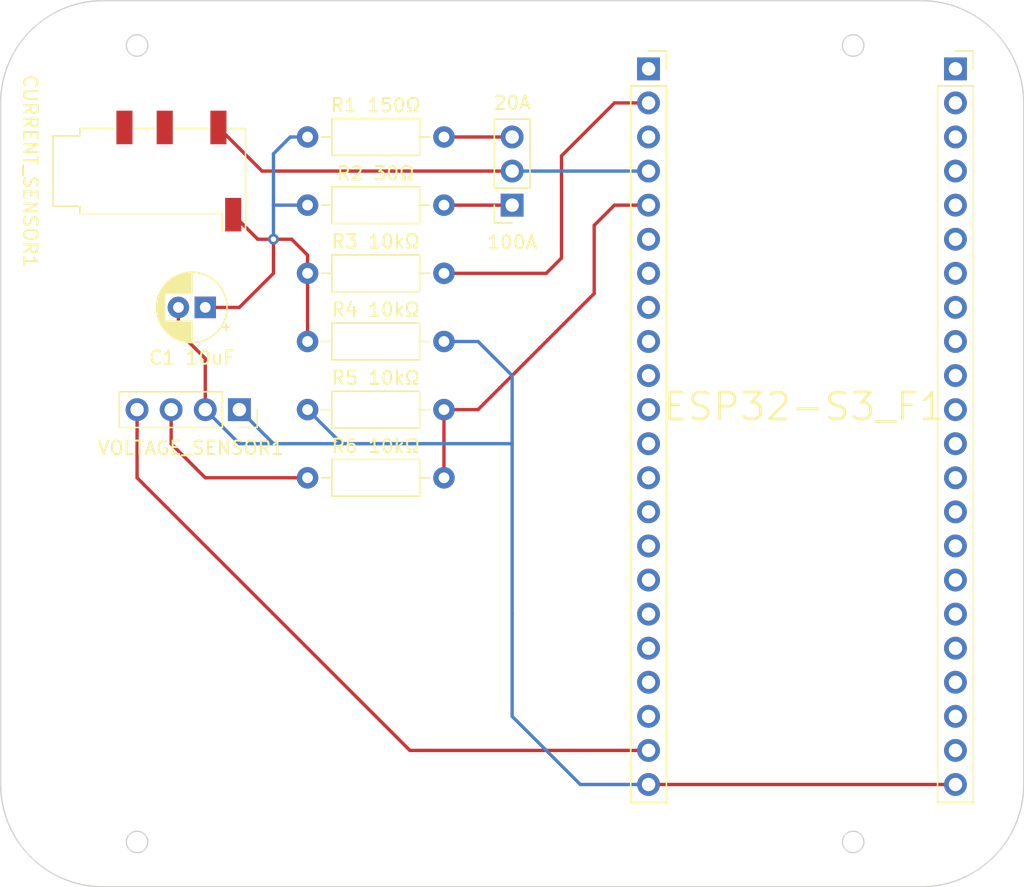
<source format=kicad_pcb>
(kicad_pcb (version 20221018) (generator pcbnew)
  (layers (0 "F.Cu" signal) (31 "B.Cu" signal) (34 "B.Paste" user) (35 "F.Paste" user) (36 "B.SilkS" user "B.Silkscreen") (37 "F.SilkS" user "F.Silkscreen") (38 "B.Mask" user) (39 "F.Mask" user) (44 "Edge.Cuts" user))
  (net 0 "")
  (net 1 "GND")
  (net 22 "+3.3V")
  (net 39 "VCC")
  (net 40 "C_SENSOR_ADC")
  (net 41 "Net-(ESP32-S3_F1-Pin_5)")
  (net 42 "V_SENSOR")
  (net 43 "SCALE_20A")
  (net 44 "SCALE-100A")
  (net 45 "C_SENSOR_CONTROL")
  (footprint "Connector_PinSocket_2.54mm:PinSocket_1x22_P2.54mm_Vertical" (layer "F.Cu") (at 205.74 48.26)
    (fp_text reference "ESP32-S3_B1" hide)
    (fp_text value "Conn_01x22_Socket" hide)
    (fp_line (start -1.33 1.27) (end -1.33 54.67) (stroke (width 0.12)) (layer "F.SilkS"))
    (fp_line (start -1.33 1.27) (end 1.33 1.27) (stroke (width 0.12)) (layer "F.SilkS"))
    (fp_line (start -1.33 54.67) (end 1.33 54.67) (stroke (width 0.12)) (layer "F.SilkS"))
    (fp_line (start 0 -1.33) (end 1.33 -1.33) (stroke (width 0.12)) (layer "F.SilkS"))
    (fp_line (start 1.33 -1.33) (end 1.33 0) (stroke (width 0.12)) (layer "F.SilkS"))
    (fp_line (start 1.33 1.27) (end 1.33 54.67) (stroke (width 0.12)) (layer "F.SilkS"))
    (pad "1" thru_hole rect (at 0 0) (size 1.7 1.7) (drill 1) (layers "*.Cu" "*.Mask"))
    (pad "2" thru_hole oval (at 0 2.54) (size 1.7 1.7) (drill 1) (layers "*.Cu" "*.Mask"))
    (pad "3" thru_hole oval (at 0 5.08) (size 1.7 1.7) (drill 1) (layers "*.Cu" "*.Mask"))
    (pad "4" thru_hole oval (at 0 7.62) (size 1.7 1.7) (drill 1) (layers "*.Cu" "*.Mask"))
    (pad "5" thru_hole oval (at 0 10.16) (size 1.7 1.7) (drill 1) (layers "*.Cu" "*.Mask"))
    (pad "6" thru_hole oval (at 0 12.7) (size 1.7 1.7) (drill 1) (layers "*.Cu" "*.Mask"))
    (pad "7" thru_hole oval (at 0 15.24) (size 1.7 1.7) (drill 1) (layers "*.Cu" "*.Mask"))
    (pad "8" thru_hole oval (at 0 17.78) (size 1.7 1.7) (drill 1) (layers "*.Cu" "*.Mask"))
    (pad "9" thru_hole oval (at 0 20.32) (size 1.7 1.7) (drill 1) (layers "*.Cu" "*.Mask"))
    (pad "10" thru_hole oval (at 0 22.86) (size 1.7 1.7) (drill 1) (layers "*.Cu" "*.Mask"))
    (pad "11" thru_hole oval (at 0 25.4) (size 1.7 1.7) (drill 1) (layers "*.Cu" "*.Mask"))
    (pad "12" thru_hole oval (at 0 27.94) (size 1.7 1.7) (drill 1) (layers "*.Cu" "*.Mask"))
    (pad "13" thru_hole oval (at 0 30.48) (size 1.7 1.7) (drill 1) (layers "*.Cu" "*.Mask"))
    (pad "14" thru_hole oval (at 0 33.02) (size 1.7 1.7) (drill 1) (layers "*.Cu" "*.Mask"))
    (pad "15" thru_hole oval (at 0 35.56) (size 1.7 1.7) (drill 1) (layers "*.Cu" "*.Mask"))
    (pad "16" thru_hole oval (at 0 38.1) (size 1.7 1.7) (drill 1) (layers "*.Cu" "*.Mask"))
    (pad "17" thru_hole oval (at 0 40.64) (size 1.7 1.7) (drill 1) (layers "*.Cu" "*.Mask"))
    (pad "18" thru_hole oval (at 0 43.18) (size 1.7 1.7) (drill 1) (layers "*.Cu" "*.Mask"))
    (pad "19" thru_hole oval (at 0 45.72) (size 1.7 1.7) (drill 1) (layers "*.Cu" "*.Mask"))
    (pad "20" thru_hole oval (at 0 48.26) (size 1.7 1.7) (drill 1) (layers "*.Cu" "*.Mask"))
    (pad "21" thru_hole oval (at 0 50.8) (size 1.7 1.7) (drill 1) (layers "*.Cu" "*.Mask") (net 1 "GND"))
    (pad "22" thru_hole oval (at 0 53.34) (size 1.7 1.7) (drill 1) (layers "*.Cu" "*.Mask") (net 1 "GND"))
  )
  (footprint "Connector_PinSocket_2.54mm:PinSocket_1x03_P2.54mm_Vertical" (layer "F.Cu") (at 172.72 58.42 180)
    (fp_text reference "100A" (at 0 -2.77) (layer "F.SilkS"))
    (fp_text value "SW_Push_SPDT" hide)
    (fp_text user "20A" (at 0 7.62 unlocked) (layer "F.SilkS"))
    (fp_line (start -1.33 1.27) (end -1.33 6.41) (stroke (width 0.12)) (layer "F.SilkS"))
    (fp_line (start -1.33 1.27) (end 1.33 1.27) (stroke (width 0.12)) (layer "F.SilkS"))
    (fp_line (start -1.33 6.41) (end 1.33 6.41) (stroke (width 0.12)) (layer "F.SilkS"))
    (fp_line (start 0 -1.33) (end 1.33 -1.33) (stroke (width 0.12)) (layer "F.SilkS"))
    (fp_line (start 1.33 -1.33) (end 1.33 0) (stroke (width 0.12)) (layer "F.SilkS"))
    (fp_line (start 1.33 1.27) (end 1.33 6.41) (stroke (width 0.12)) (layer "F.SilkS"))
    (pad "1" thru_hole rect (at 0 0 180) (size 1.7 1.7) (drill 1) (layers "*.Cu" "*.Mask") (net 44 "SCALE-100A"))
    (pad "2" thru_hole oval (at 0 2.54 180) (size 1.7 1.7) (drill 1) (layers "*.Cu" "*.Mask") (net 40 "C_SENSOR_ADC"))
    (pad "3" thru_hole oval (at 0 5.08 180) (size 1.7 1.7) (drill 1) (layers "*.Cu" "*.Mask") (net 43 "SCALE_20A"))
  )
  (footprint "Resistor_THT:R_Axial_DIN0207_L6.3mm_D2.5mm_P10.16mm_Horizontal" (layer "F.Cu") (at 157.48 68.58)
    (fp_text reference "R4 10kΩ" (at 5.08 -2.37) (layer "F.SilkS"))
    (fp_text value "10k" hide)
    (fp_line (start 1.04 0) (end 1.81 0) (stroke (width 0.12)) (layer "F.SilkS"))
    (fp_line (start 1.81 -1.37) (end 1.81 1.37) (stroke (width 0.12)) (layer "F.SilkS"))
    (fp_line (start 1.81 1.37) (end 8.35 1.37) (stroke (width 0.12)) (layer "F.SilkS"))
    (fp_line (start 8.35 -1.37) (end 1.81 -1.37) (stroke (width 0.12)) (layer "F.SilkS"))
    (fp_line (start 8.35 1.37) (end 8.35 -1.37) (stroke (width 0.12)) (layer "F.SilkS"))
    (fp_line (start 9.12 0) (end 8.35 0) (stroke (width 0.12)) (layer "F.SilkS"))
    (pad "1" thru_hole circle (at 0 0) (size 1.6 1.6) (drill 0.8) (layers "*.Cu" "*.Mask") (net 45 "C_SENSOR_CONTROL"))
    (pad "2" thru_hole oval (at 10.16 0) (size 1.6 1.6) (drill 0.8) (layers "*.Cu" "*.Mask") (net 1 "GND"))
  )
  (footprint "Connector_PinSocket_2.54mm:PinSocket_1x04_P2.54mm_Vertical" (layer "F.Cu") (at 152.4 73.66 -90)
    (fp_text reference "VOLTAGE_SENSOR1" (at 2.852141 3.610195) (layer "F.SilkS"))
    (fp_text value "Conn_01x04_Socket" hide)
    (fp_line (start -1.33 1.27) (end -1.33 8.95) (stroke (width 0.12)) (layer "F.SilkS"))
    (fp_line (start -1.33 1.27) (end 1.33 1.27) (stroke (width 0.12)) (layer "F.SilkS"))
    (fp_line (start -1.33 8.95) (end 1.33 8.95) (stroke (width 0.12)) (layer "F.SilkS"))
    (fp_line (start 0 -1.33) (end 1.33 -1.33) (stroke (width 0.12)) (layer "F.SilkS"))
    (fp_line (start 1.33 -1.33) (end 1.33 0) (stroke (width 0.12)) (layer "F.SilkS"))
    (fp_line (start 1.33 1.27) (end 1.33 8.95) (stroke (width 0.12)) (layer "F.SilkS"))
    (pad "1" thru_hole rect (at 0 0 270) (size 1.7 1.7) (drill 1) (layers "*.Cu" "*.Mask") (net 1 "GND"))
    (pad "2" thru_hole oval (at 0 2.54 270) (size 1.7 1.7) (drill 1) (layers "*.Cu" "*.Mask") (net 1 "GND"))
    (pad "3" thru_hole oval (at 0 5.08 270) (size 1.7 1.7) (drill 1) (layers "*.Cu" "*.Mask") (net 42 "V_SENSOR"))
    (pad "4" thru_hole oval (at 0 7.62 270) (size 1.7 1.7) (drill 1) (layers "*.Cu" "*.Mask") (net 39 "VCC"))
  )
  (footprint "Connector_PinSocket_2.54mm:PinSocket_1x22_P2.54mm_Vertical" (layer "F.Cu") (at 182.88 48.26)
    (fp_text reference "ESP32-S3_F1" (at 11.572035 25.175011) (layer "F.SilkS") (effects (font (size 2 2) (thickness 0.2))))
    (fp_text value "Conn_01x22_Socket" hide)
    (fp_line (start -1.33 1.27) (end -1.33 54.67) (stroke (width 0.12)) (layer "F.SilkS"))
    (fp_line (start -1.33 1.27) (end 1.33 1.27) (stroke (width 0.12)) (layer "F.SilkS"))
    (fp_line (start -1.33 54.67) (end 1.33 54.67) (stroke (width 0.12)) (layer "F.SilkS"))
    (fp_line (start 0 -1.33) (end 1.33 -1.33) (stroke (width 0.12)) (layer "F.SilkS"))
    (fp_line (start 1.33 -1.33) (end 1.33 0) (stroke (width 0.12)) (layer "F.SilkS"))
    (fp_line (start 1.33 1.27) (end 1.33 54.67) (stroke (width 0.12)) (layer "F.SilkS"))
    (pad "1" thru_hole rect (at 0 0) (size 1.7 1.7) (drill 1) (layers "*.Cu" "*.Mask") (net 22 "+3.3V"))
    (pad "2" thru_hole oval (at 0 2.54) (size 1.7 1.7) (drill 1) (layers "*.Cu" "*.Mask") (net 22 "+3.3V"))
    (pad "3" thru_hole oval (at 0 5.08) (size 1.7 1.7) (drill 1) (layers "*.Cu" "*.Mask"))
    (pad "4" thru_hole oval (at 0 7.62) (size 1.7 1.7) (drill 1) (layers "*.Cu" "*.Mask") (net 40 "C_SENSOR_ADC"))
    (pad "5" thru_hole oval (at 0 10.16) (size 1.7 1.7) (drill 1) (layers "*.Cu" "*.Mask") (net 41 "Net-(ESP32-S3_F1-Pin_5)"))
    (pad "6" thru_hole oval (at 0 12.7) (size 1.7 1.7) (drill 1) (layers "*.Cu" "*.Mask"))
    (pad "7" thru_hole oval (at 0 15.24) (size 1.7 1.7) (drill 1) (layers "*.Cu" "*.Mask"))
    (pad "8" thru_hole oval (at 0 17.78) (size 1.7 1.7) (drill 1) (layers "*.Cu" "*.Mask"))
    (pad "9" thru_hole oval (at 0 20.32) (size 1.7 1.7) (drill 1) (layers "*.Cu" "*.Mask"))
    (pad "10" thru_hole oval (at 0 22.86) (size 1.7 1.7) (drill 1) (layers "*.Cu" "*.Mask"))
    (pad "11" thru_hole oval (at 0 25.4) (size 1.7 1.7) (drill 1) (layers "*.Cu" "*.Mask"))
    (pad "12" thru_hole oval (at 0 27.94) (size 1.7 1.7) (drill 1) (layers "*.Cu" "*.Mask"))
    (pad "13" thru_hole oval (at 0 30.48) (size 1.7 1.7) (drill 1) (layers "*.Cu" "*.Mask"))
    (pad "14" thru_hole oval (at 0 33.02) (size 1.7 1.7) (drill 1) (layers "*.Cu" "*.Mask"))
    (pad "15" thru_hole oval (at 0 35.56) (size 1.7 1.7) (drill 1) (layers "*.Cu" "*.Mask"))
    (pad "16" thru_hole oval (at 0 38.1) (size 1.7 1.7) (drill 1) (layers "*.Cu" "*.Mask"))
    (pad "17" thru_hole oval (at 0 40.64) (size 1.7 1.7) (drill 1) (layers "*.Cu" "*.Mask"))
    (pad "18" thru_hole oval (at 0 43.18) (size 1.7 1.7) (drill 1) (layers "*.Cu" "*.Mask"))
    (pad "19" thru_hole oval (at 0 45.72) (size 1.7 1.7) (drill 1) (layers "*.Cu" "*.Mask"))
    (pad "20" thru_hole oval (at 0 48.26) (size 1.7 1.7) (drill 1) (layers "*.Cu" "*.Mask"))
    (pad "21" thru_hole oval (at 0 50.8) (size 1.7 1.7) (drill 1) (layers "*.Cu" "*.Mask") (net 39 "VCC"))
    (pad "22" thru_hole oval (at 0 53.34) (size 1.7 1.7) (drill 1) (layers "*.Cu" "*.Mask") (net 1 "GND"))
  )
  (footprint "Capacitor_THT:CP_Radial_D5.0mm_P2.00mm" (layer "F.Cu") (at 149.86 66.04 180)
    (fp_text reference "C1 10uF" (at 1 -3.75) (layer "F.SilkS"))
    (fp_text value "10uF" hide)
    (fp_line (start -1.804775 -1.475) (end -1.304775 -1.475) (stroke (width 0.12)) (layer "F.SilkS"))
    (fp_line (start -1.554775 -1.725) (end -1.554775 -1.225) (stroke (width 0.12)) (layer "F.SilkS"))
    (fp_line (start 1 -2.58) (end 1 -1.04) (stroke (width 0.12)) (layer "F.SilkS"))
    (fp_line (start 1 1.04) (end 1 2.58) (stroke (width 0.12)) (layer "F.SilkS"))
    (fp_line (start 1.04 -2.58) (end 1.04 -1.04) (stroke (width 0.12)) (layer "F.SilkS"))
    (fp_line (start 1.04 1.04) (end 1.04 2.58) (stroke (width 0.12)) (layer "F.SilkS"))
    (fp_line (start 1.08 -2.579) (end 1.08 -1.04) (stroke (width 0.12)) (layer "F.SilkS"))
    (fp_line (start 1.08 1.04) (end 1.08 2.579) (stroke (width 0.12)) (layer "F.SilkS"))
    (fp_line (start 1.12 -2.578) (end 1.12 -1.04) (stroke (width 0.12)) (layer "F.SilkS"))
    (fp_line (start 1.12 1.04) (end 1.12 2.578) (stroke (width 0.12)) (layer "F.SilkS"))
    (fp_line (start 1.16 -2.576) (end 1.16 -1.04) (stroke (width 0.12)) (layer "F.SilkS"))
    (fp_line (start 1.16 1.04) (end 1.16 2.576) (stroke (width 0.12)) (layer "F.SilkS"))
    (fp_line (start 1.2 -2.573) (end 1.2 -1.04) (stroke (width 0.12)) (layer "F.SilkS"))
    (fp_line (start 1.2 1.04) (end 1.2 2.573) (stroke (width 0.12)) (layer "F.SilkS"))
    (fp_line (start 1.24 -2.569) (end 1.24 -1.04) (stroke (width 0.12)) (layer "F.SilkS"))
    (fp_line (start 1.24 1.04) (end 1.24 2.569) (stroke (width 0.12)) (layer "F.SilkS"))
    (fp_line (start 1.28 -2.565) (end 1.28 -1.04) (stroke (width 0.12)) (layer "F.SilkS"))
    (fp_line (start 1.28 1.04) (end 1.28 2.565) (stroke (width 0.12)) (layer "F.SilkS"))
    (fp_line (start 1.32 -2.561) (end 1.32 -1.04) (stroke (width 0.12)) (layer "F.SilkS"))
    (fp_line (start 1.32 1.04) (end 1.32 2.561) (stroke (width 0.12)) (layer "F.SilkS"))
    (fp_line (start 1.36 -2.556) (end 1.36 -1.04) (stroke (width 0.12)) (layer "F.SilkS"))
    (fp_line (start 1.36 1.04) (end 1.36 2.556) (stroke (width 0.12)) (layer "F.SilkS"))
    (fp_line (start 1.4 -2.55) (end 1.4 -1.04) (stroke (width 0.12)) (layer "F.SilkS"))
    (fp_line (start 1.4 1.04) (end 1.4 2.55) (stroke (width 0.12)) (layer "F.SilkS"))
    (fp_line (start 1.44 -2.543) (end 1.44 -1.04) (stroke (width 0.12)) (layer "F.SilkS"))
    (fp_line (start 1.44 1.04) (end 1.44 2.543) (stroke (width 0.12)) (layer "F.SilkS"))
    (fp_line (start 1.48 -2.536) (end 1.48 -1.04) (stroke (width 0.12)) (layer "F.SilkS"))
    (fp_line (start 1.48 1.04) (end 1.48 2.536) (stroke (width 0.12)) (layer "F.SilkS"))
    (fp_line (start 1.52 -2.528) (end 1.52 -1.04) (stroke (width 0.12)) (layer "F.SilkS"))
    (fp_line (start 1.52 1.04) (end 1.52 2.528) (stroke (width 0.12)) (layer "F.SilkS"))
    (fp_line (start 1.56 -2.52) (end 1.56 -1.04) (stroke (width 0.12)) (layer "F.SilkS"))
    (fp_line (start 1.56 1.04) (end 1.56 2.52) (stroke (width 0.12)) (layer "F.SilkS"))
    (fp_line (start 1.6 -2.511) (end 1.6 -1.04) (stroke (width 0.12)) (layer "F.SilkS"))
    (fp_line (start 1.6 1.04) (end 1.6 2.511) (stroke (width 0.12)) (layer "F.SilkS"))
    (fp_line (start 1.64 -2.501) (end 1.64 -1.04) (stroke (width 0.12)) (layer "F.SilkS"))
    (fp_line (start 1.64 1.04) (end 1.64 2.501) (stroke (width 0.12)) (layer "F.SilkS"))
    (fp_line (start 1.68 -2.491) (end 1.68 -1.04) (stroke (width 0.12)) (layer "F.SilkS"))
    (fp_line (start 1.68 1.04) (end 1.68 2.491) (stroke (width 0.12)) (layer "F.SilkS"))
    (fp_line (start 1.721 -2.48) (end 1.721 -1.04) (stroke (width 0.12)) (layer "F.SilkS"))
    (fp_line (start 1.721 1.04) (end 1.721 2.48) (stroke (width 0.12)) (layer "F.SilkS"))
    (fp_line (start 1.761 -2.468) (end 1.761 -1.04) (stroke (width 0.12)) (layer "F.SilkS"))
    (fp_line (start 1.761 1.04) (end 1.761 2.468) (stroke (width 0.12)) (layer "F.SilkS"))
    (fp_line (start 1.801 -2.455) (end 1.801 -1.04) (stroke (width 0.12)) (layer "F.SilkS"))
    (fp_line (start 1.801 1.04) (end 1.801 2.455) (stroke (width 0.12)) (layer "F.SilkS"))
    (fp_line (start 1.841 -2.442) (end 1.841 -1.04) (stroke (width 0.12)) (layer "F.SilkS"))
    (fp_line (start 1.841 1.04) (end 1.841 2.442) (stroke (width 0.12)) (layer "F.SilkS"))
    (fp_line (start 1.881 -2.428) (end 1.881 -1.04) (stroke (width 0.12)) (layer "F.SilkS"))
    (fp_line (start 1.881 1.04) (end 1.881 2.428) (stroke (width 0.12)) (layer "F.SilkS"))
    (fp_line (start 1.921 -2.414) (end 1.921 -1.04) (stroke (width 0.12)) (layer "F.SilkS"))
    (fp_line (start 1.921 1.04) (end 1.921 2.414) (stroke (width 0.12)) (layer "F.SilkS"))
    (fp_line (start 1.961 -2.398) (end 1.961 -1.04) (stroke (width 0.12)) (layer "F.SilkS"))
    (fp_line (start 1.961 1.04) (end 1.961 2.398) (stroke (width 0.12)) (layer "F.SilkS"))
    (fp_line (start 2.001 -2.382) (end 2.001 -1.04) (stroke (width 0.12)) (layer "F.SilkS"))
    (fp_line (start 2.001 1.04) (end 2.001 2.382) (stroke (width 0.12)) (layer "F.SilkS"))
    (fp_line (start 2.041 -2.365) (end 2.041 -1.04) (stroke (width 0.12)) (layer "F.SilkS"))
    (fp_line (start 2.041 1.04) (end 2.041 2.365) (stroke (width 0.12)) (layer "F.SilkS"))
    (fp_line (start 2.081 -2.348) (end 2.081 -1.04) (stroke (width 0.12)) (layer "F.SilkS"))
    (fp_line (start 2.081 1.04) (end 2.081 2.348) (stroke (width 0.12)) (layer "F.SilkS"))
    (fp_line (start 2.121 -2.329) (end 2.121 -1.04) (stroke (width 0.12)) (layer "F.SilkS"))
    (fp_line (start 2.121 1.04) (end 2.121 2.329) (stroke (width 0.12)) (layer "F.SilkS"))
    (fp_line (start 2.161 -2.31) (end 2.161 -1.04) (stroke (width 0.12)) (layer "F.SilkS"))
    (fp_line (start 2.161 1.04) (end 2.161 2.31) (stroke (width 0.12)) (layer "F.SilkS"))
    (fp_line (start 2.201 -2.29) (end 2.201 -1.04) (stroke (width 0.12)) (layer "F.SilkS"))
    (fp_line (start 2.201 1.04) (end 2.201 2.29) (stroke (width 0.12)) (layer "F.SilkS"))
    (fp_line (start 2.241 -2.268) (end 2.241 -1.04) (stroke (width 0.12)) (layer "F.SilkS"))
    (fp_line (start 2.241 1.04) (end 2.241 2.268) (stroke (width 0.12)) (layer "F.SilkS"))
    (fp_line (start 2.281 -2.247) (end 2.281 -1.04) (stroke (width 0.12)) (layer "F.SilkS"))
    (fp_line (start 2.281 1.04) (end 2.281 2.247) (stroke (width 0.12)) (layer "F.SilkS"))
    (fp_line (start 2.321 -2.224) (end 2.321 -1.04) (stroke (width 0.12)) (layer "F.SilkS"))
    (fp_line (start 2.321 1.04) (end 2.321 2.224) (stroke (width 0.12)) (layer "F.SilkS"))
    (fp_line (start 2.361 -2.2) (end 2.361 -1.04) (stroke (width 0.12)) (layer "F.SilkS"))
    (fp_line (start 2.361 1.04) (end 2.361 2.2) (stroke (width 0.12)) (layer "F.SilkS"))
    (fp_line (start 2.401 -2.175) (end 2.401 -1.04) (stroke (width 0.12)) (layer "F.SilkS"))
    (fp_line (start 2.401 1.04) (end 2.401 2.175) (stroke (width 0.12)) (layer "F.SilkS"))
    (fp_line (start 2.441 -2.149) (end 2.441 -1.04) (stroke (width 0.12)) (layer "F.SilkS"))
    (fp_line (start 2.441 1.04) (end 2.441 2.149) (stroke (width 0.12)) (layer "F.SilkS"))
    (fp_line (start 2.481 -2.122) (end 2.481 -1.04) (stroke (width 0.12)) (layer "F.SilkS"))
    (fp_line (start 2.481 1.04) (end 2.481 2.122) (stroke (width 0.12)) (layer "F.SilkS"))
    (fp_line (start 2.521 -2.095) (end 2.521 -1.04) (stroke (width 0.12)) (layer "F.SilkS"))
    (fp_line (start 2.521 1.04) (end 2.521 2.095) (stroke (width 0.12)) (layer "F.SilkS"))
    (fp_line (start 2.561 -2.065) (end 2.561 -1.04) (stroke (width 0.12)) (layer "F.SilkS"))
    (fp_line (start 2.561 1.04) (end 2.561 2.065) (stroke (width 0.12)) (layer "F.SilkS"))
    (fp_line (start 2.601 -2.035) (end 2.601 -1.04) (stroke (width 0.12)) (layer "F.SilkS"))
    (fp_line (start 2.601 1.04) (end 2.601 2.035) (stroke (width 0.12)) (layer "F.SilkS"))
    (fp_line (start 2.641 -2.004) (end 2.641 -1.04) (stroke (width 0.12)) (layer "F.SilkS"))
    (fp_line (start 2.641 1.04) (end 2.641 2.004) (stroke (width 0.12)) (layer "F.SilkS"))
    (fp_line (start 2.681 -1.971) (end 2.681 -1.04) (stroke (width 0.12)) (layer "F.SilkS"))
    (fp_line (start 2.681 1.04) (end 2.681 1.971) (stroke (width 0.12)) (layer "F.SilkS"))
    (fp_line (start 2.721 -1.937) (end 2.721 -1.04) (stroke (width 0.12)) (layer "F.SilkS"))
    (fp_line (start 2.721 1.04) (end 2.721 1.937) (stroke (width 0.12)) (layer "F.SilkS"))
    (fp_line (start 2.761 -1.901) (end 2.761 -1.04) (stroke (width 0.12)) (layer "F.SilkS"))
    (fp_line (start 2.761 1.04) (end 2.761 1.901) (stroke (width 0.12)) (layer "F.SilkS"))
    (fp_line (start 2.801 -1.864) (end 2.801 -1.04) (stroke (width 0.12)) (layer "F.SilkS"))
    (fp_line (start 2.801 1.04) (end 2.801 1.864) (stroke (width 0.12)) (layer "F.SilkS"))
    (fp_line (start 2.841 -1.826) (end 2.841 -1.04) (stroke (width 0.12)) (layer "F.SilkS"))
    (fp_line (start 2.841 1.04) (end 2.841 1.826) (stroke (width 0.12)) (layer "F.SilkS"))
    (fp_line (start 2.881 -1.785) (end 2.881 -1.04) (stroke (width 0.12)) (layer "F.SilkS"))
    (fp_line (start 2.881 1.04) (end 2.881 1.785) (stroke (width 0.12)) (layer "F.SilkS"))
    (fp_line (start 2.921 -1.743) (end 2.921 -1.04) (stroke (width 0.12)) (layer "F.SilkS"))
    (fp_line (start 2.921 1.04) (end 2.921 1.743) (stroke (width 0.12)) (layer "F.SilkS"))
    (fp_line (start 2.961 -1.699) (end 2.961 -1.04) (stroke (width 0.12)) (layer "F.SilkS"))
    (fp_line (start 2.961 1.04) (end 2.961 1.699) (stroke (width 0.12)) (layer "F.SilkS"))
    (fp_line (start 3.001 -1.653) (end 3.001 -1.04) (stroke (width 0.12)) (layer "F.SilkS"))
    (fp_line (start 3.001 1.04) (end 3.001 1.653) (stroke (width 0.12)) (layer "F.SilkS"))
    (fp_line (start 3.041 -1.605) (end 3.041 1.605) (stroke (width 0.12)) (layer "F.SilkS"))
    (fp_line (start 3.081 -1.554) (end 3.081 1.554) (stroke (width 0.12)) (layer "F.SilkS"))
    (fp_line (start 3.121 -1.5) (end 3.121 1.5) (stroke (width 0.12)) (layer "F.SilkS"))
    (fp_line (start 3.161 -1.443) (end 3.161 1.443) (stroke (width 0.12)) (layer "F.SilkS"))
    (fp_line (start 3.201 -1.383) (end 3.201 1.383) (stroke (width 0.12)) (layer "F.SilkS"))
    (fp_line (start 3.241 -1.319) (end 3.241 1.319) (stroke (width 0.12)) (layer "F.SilkS"))
    (fp_line (start 3.281 -1.251) (end 3.281 1.251) (stroke (width 0.12)) (layer "F.SilkS"))
    (fp_line (start 3.321 -1.178) (end 3.321 1.178) (stroke (width 0.12)) (layer "F.SilkS"))
    (fp_line (start 3.361 -1.098) (end 3.361 1.098) (stroke (width 0.12)) (layer "F.SilkS"))
    (fp_line (start 3.401 -1.011) (end 3.401 1.011) (stroke (width 0.12)) (layer "F.SilkS"))
    (fp_line (start 3.441 -0.915) (end 3.441 0.915) (stroke (width 0.12)) (layer "F.SilkS"))
    (fp_line (start 3.481 -0.805) (end 3.481 0.805) (stroke (width 0.12)) (layer "F.SilkS"))
    (fp_line (start 3.521 -0.677) (end 3.521 0.677) (stroke (width 0.12)) (layer "F.SilkS"))
    (fp_line (start 3.561 -0.518) (end 3.561 0.518) (stroke (width 0.12)) (layer "F.SilkS"))
    (fp_line (start 3.601 -0.284) (end 3.601 0.284) (stroke (width 0.12)) (layer "F.SilkS"))
    (fp_circle (center 1 0) (end 3.62 0) (stroke (width 0.12)) (fill none) (layer "F.SilkS"))
    (pad "1" thru_hole rect (at 0 0 180) (size 1.6 1.6) (drill 0.8) (layers "*.Cu" "*.Mask") (net 45 "C_SENSOR_CONTROL"))
    (pad "2" thru_hole circle (at 2 0 180) (size 1.6 1.6) (drill 0.8) (layers "*.Cu" "*.Mask") (net 1 "GND"))
  )
  (footprint "Resistor_THT:R_Axial_DIN0207_L6.3mm_D2.5mm_P10.16mm_Horizontal" (layer "F.Cu") (at 157.48 73.66)
    (fp_text reference "R5 10kΩ" (at 5.08 -2.37) (layer "F.SilkS"))
    (fp_text value "10k" hide)
    (fp_line (start 1.04 0) (end 1.81 0) (stroke (width 0.12)) (layer "F.SilkS"))
    (fp_line (start 1.81 -1.37) (end 1.81 1.37) (stroke (width 0.12)) (layer "F.SilkS"))
    (fp_line (start 1.81 1.37) (end 8.35 1.37) (stroke (width 0.12)) (layer "F.SilkS"))
    (fp_line (start 8.35 -1.37) (end 1.81 -1.37) (stroke (width 0.12)) (layer "F.SilkS"))
    (fp_line (start 8.35 1.37) (end 8.35 -1.37) (stroke (width 0.12)) (layer "F.SilkS"))
    (fp_line (start 9.12 0) (end 8.35 0) (stroke (width 0.12)) (layer "F.SilkS"))
    (pad "1" thru_hole circle (at 0 0) (size 1.6 1.6) (drill 0.8) (layers "*.Cu" "*.Mask") (net 1 "GND"))
    (pad "2" thru_hole oval (at 10.16 0) (size 1.6 1.6) (drill 0.8) (layers "*.Cu" "*.Mask") (net 41 "Net-(ESP32-S3_F1-Pin_5)"))
  )
  (footprint "Resistor_THT:R_Axial_DIN0207_L6.3mm_D2.5mm_P10.16mm_Horizontal" (layer "F.Cu") (at 157.48 53.34)
    (fp_text reference "R1 150Ω" (at 5.08 -2.37) (layer "F.SilkS"))
    (fp_text value "150" hide)
    (fp_line (start 1.04 0) (end 1.81 0) (stroke (width 0.12)) (layer "F.SilkS"))
    (fp_line (start 1.81 -1.37) (end 1.81 1.37) (stroke (width 0.12)) (layer "F.SilkS"))
    (fp_line (start 1.81 1.37) (end 8.35 1.37) (stroke (width 0.12)) (layer "F.SilkS"))
    (fp_line (start 8.35 -1.37) (end 1.81 -1.37) (stroke (width 0.12)) (layer "F.SilkS"))
    (fp_line (start 8.35 1.37) (end 8.35 -1.37) (stroke (width 0.12)) (layer "F.SilkS"))
    (fp_line (start 9.12 0) (end 8.35 0) (stroke (width 0.12)) (layer "F.SilkS"))
    (pad "1" thru_hole circle (at 0 0) (size 1.6 1.6) (drill 0.8) (layers "*.Cu" "*.Mask") (net 45 "C_SENSOR_CONTROL"))
    (pad "2" thru_hole oval (at 10.16 0) (size 1.6 1.6) (drill 0.8) (layers "*.Cu" "*.Mask") (net 43 "SCALE_20A"))
  )
  (footprint "Resistor_THT:R_Axial_DIN0207_L6.3mm_D2.5mm_P10.16mm_Horizontal" (layer "F.Cu") (at 157.48 78.74)
    (fp_text reference "R6 10kΩ" (at 5.08 -2.37) (layer "F.SilkS"))
    (fp_text value "10k" hide)
    (fp_line (start 1.04 0) (end 1.81 0) (stroke (width 0.12)) (layer "F.SilkS"))
    (fp_line (start 1.81 -1.37) (end 1.81 1.37) (stroke (width 0.12)) (layer "F.SilkS"))
    (fp_line (start 1.81 1.37) (end 8.35 1.37) (stroke (width 0.12)) (layer "F.SilkS"))
    (fp_line (start 8.35 -1.37) (end 1.81 -1.37) (stroke (width 0.12)) (layer "F.SilkS"))
    (fp_line (start 8.35 1.37) (end 8.35 -1.37) (stroke (width 0.12)) (layer "F.SilkS"))
    (fp_line (start 9.12 0) (end 8.35 0) (stroke (width 0.12)) (layer "F.SilkS"))
    (pad "1" thru_hole circle (at 0 0) (size 1.6 1.6) (drill 0.8) (layers "*.Cu" "*.Mask") (net 42 "V_SENSOR"))
    (pad "2" thru_hole oval (at 10.16 0) (size 1.6 1.6) (drill 0.8) (layers "*.Cu" "*.Mask") (net 41 "Net-(ESP32-S3_F1-Pin_5)"))
  )
  (footprint "Resistor_THT:R_Axial_DIN0207_L6.3mm_D2.5mm_P10.16mm_Horizontal" (layer "F.Cu") (at 157.48 58.42)
    (fp_text reference "R2 30Ω" (at 5.08 -2.37) (layer "F.SilkS"))
    (fp_text value "30" hide)
    (fp_line (start 1.04 0) (end 1.81 0) (stroke (width 0.12)) (layer "F.SilkS"))
    (fp_line (start 1.81 -1.37) (end 1.81 1.37) (stroke (width 0.12)) (layer "F.SilkS"))
    (fp_line (start 1.81 1.37) (end 8.35 1.37) (stroke (width 0.12)) (layer "F.SilkS"))
    (fp_line (start 8.35 -1.37) (end 1.81 -1.37) (stroke (width 0.12)) (layer "F.SilkS"))
    (fp_line (start 8.35 1.37) (end 8.35 -1.37) (stroke (width 0.12)) (layer "F.SilkS"))
    (fp_line (start 9.12 0) (end 8.35 0) (stroke (width 0.12)) (layer "F.SilkS"))
    (pad "1" thru_hole circle (at 0 0) (size 1.6 1.6) (drill 0.8) (layers "*.Cu" "*.Mask") (net 45 "C_SENSOR_CONTROL"))
    (pad "2" thru_hole oval (at 10.16 0) (size 1.6 1.6) (drill 0.8) (layers "*.Cu" "*.Mask") (net 44 "SCALE-100A"))
  )
  (footprint "Connector_Audio:Jack_3.5mm_KoreanHropartsElec_PJ-320D-4A_Horizontal" (layer "F.Cu") (at 146.99 55.88)
    (fp_text reference "CURRENT_SENSOR1" (at -10.16 0 -90 unlocked) (layer "F.SilkS"))
    (fp_text value "AudioJack3" hide)
    (fp_line (start -8.47 -2.62) (end -6.47 -2.62) (stroke (width 0.12)) (layer "F.SilkS"))
    (fp_line (start -8.47 2.62) (end -8.47 -2.62) (stroke (width 0.12)) (layer "F.SilkS"))
    (fp_line (start -6.47 -3.17) (end -3.95 -3.17) (stroke (width 0.12)) (layer "F.SilkS"))
    (fp_line (start -6.47 -2.62) (end -6.47 -3.17) (stroke (width 0.12)) (layer "F.SilkS"))
    (fp_line (start -6.47 2.62) (end -8.47 2.62) (stroke (width 0.12)) (layer "F.SilkS"))
    (fp_line (start -6.47 3.17) (end -6.47 2.62) (stroke (width 0.12)) (layer "F.SilkS"))
    (fp_line (start -2.35 -3.17) (end -0.95 -3.17) (stroke (width 0.12)) (layer "F.SilkS"))
    (fp_line (start 0.65 -3.17) (end 3.05 -3.17) (stroke (width 0.12)) (layer "F.SilkS"))
    (fp_line (start 4.15 3.17) (end -6.47 3.17) (stroke (width 0.12)) (layer "F.SilkS"))
    (fp_line (start 4.15 4.5) (end 4.15 3.17) (stroke (width 0.12)) (layer "F.SilkS"))
    (fp_line (start 5.87 -3.17) (end 4.65 -3.17) (stroke (width 0.12)) (layer "F.SilkS"))
    (fp_line (start 5.87 -3.17) (end 5.87 4.5) (stroke (width 0.12)) (layer "F.SilkS"))
    (pad "" np_thru_hole circle (at -4.75 0) (size 1.6 1.6) (drill 1.6) (layers "F&B.Cu" "*.Mask"))
    (pad "" np_thru_hole circle (at 2.25 0) (size 1.6 1.6) (drill 1.6) (layers "F&B.Cu" "*.Mask"))
    (pad "R1" smd rect (at -0.15 -3.25) (size 1.2 2.5) (layers "F.Cu" "F.Paste" "F.Mask"))
    (pad "R2" smd rect (at -3.15 -3.25) (size 1.2 2.5) (layers "F.Cu" "F.Paste" "F.Mask"))
    (pad "S" smd rect (at 4.95 3.25) (size 1.2 2.5) (layers "F.Cu" "F.Paste" "F.Mask") (net 45 "C_SENSOR_CONTROL"))
    (pad "T" smd rect (at 3.85 -3.25) (size 1.2 2.5) (layers "F.Cu" "F.Paste" "F.Mask") (net 40 "C_SENSOR_ADC"))
  )
  (footprint "Resistor_THT:R_Axial_DIN0207_L6.3mm_D2.5mm_P10.16mm_Horizontal" (layer "F.Cu") (at 157.48 63.5)
    (fp_text reference "R3 10kΩ" (at 5.08 -2.37) (layer "F.SilkS"))
    (fp_text value "10k" hide)
    (fp_line (start 1.04 0) (end 1.81 0) (stroke (width 0.12)) (layer "F.SilkS"))
    (fp_line (start 1.81 -1.37) (end 1.81 1.37) (stroke (width 0.12)) (layer "F.SilkS"))
    (fp_line (start 1.81 1.37) (end 8.35 1.37) (stroke (width 0.12)) (layer "F.SilkS"))
    (fp_line (start 8.35 -1.37) (end 1.81 -1.37) (stroke (width 0.12)) (layer "F.SilkS"))
    (fp_line (start 8.35 1.37) (end 8.35 -1.37) (stroke (width 0.12)) (layer "F.SilkS"))
    (fp_line (start 9.12 0) (end 8.35 0) (stroke (width 0.12)) (layer "F.SilkS"))
    (pad "1" thru_hole circle (at 0 0) (size 1.6 1.6) (drill 0.8) (layers "*.Cu" "*.Mask") (net 45 "C_SENSOR_CONTROL"))
    (pad "2" thru_hole oval (at 10.16 0) (size 1.6 1.6) (drill 0.8) (layers "*.Cu" "*.Mask") (net 22 "+3.3V"))
  )
  (gr_circle (center 198.12 46.52) (end 198.92 46.52) (stroke (width 0.1)) (fill none) (layer "Edge.Cuts"))
  (gr_line (start 142.24 109.22) (end 203.2 109.22) (stroke (width 0.1)) (layer "Edge.Cuts"))
  (gr_circle (center 198.12 105.88) (end 198.92 105.88) (stroke (width 0.1)) (fill none) (layer "Edge.Cuts"))
  (gr_circle (center 144.78 105.88) (end 145.58 105.88) (stroke (width 0.1)) (fill none) (layer "Edge.Cuts"))
  (gr_arc (start 134.62 50.8) (mid 136.851846 45.411846) (end 142.24 43.18) (stroke (width 0.1)) (layer "Edge.Cuts"))
  (gr_line (start 210.82 101.6) (end 210.82 50.8) (stroke (width 0.1)) (layer "Edge.Cuts"))
  (gr_circle (center 144.78 46.52) (end 145.58 46.52) (stroke (width 0.1)) (fill none) (layer "Edge.Cuts"))
  (gr_line (start 134.62 50.8) (end 134.62 101.6) (stroke (width 0.1)) (layer "Edge.Cuts"))
  (gr_arc (start 210.82 101.6) (mid 208.588154 106.988154) (end 203.2 109.22) (stroke (width 0.1)) (layer "Edge.Cuts"))
  (gr_arc (start 203.2 43.18) (mid 208.588154 45.411846) (end 210.82 50.8) (stroke (width 0.1)) (layer "Edge.Cuts"))
  (gr_arc (start 142.24 109.22) (mid 136.851846 106.988154) (end 134.62 101.6) (stroke (width 0.1)) (layer "Edge.Cuts"))
  (gr_line (start 203.2 43.18) (end 142.24 43.18) (stroke (width 0.1)) (layer "Edge.Cuts"))
  (segment (start 182.88 101.6) (end 205.74 101.6) (width 0.25) (layer "F.Cu") (net 1))
  (segment (start 147.86 67.85) (end 149.86 69.85) (width 0.25) (layer "F.Cu") (net 1))
  (segment (start 147.86 66.04) (end 147.86 67.85) (width 0.25) (layer "F.Cu") (net 1))
  (segment (start 149.86 69.85) (end 149.86 73.66) (width 0.25) (layer "F.Cu") (net 1))
  (segment (start 172.72 71.12) (end 170.18 68.58) (width 0.25) (layer "B.Cu") (net 1))
  (segment (start 154.94 76.2) (end 152.4 76.2) (width 0.25) (layer "B.Cu") (net 1))
  (segment (start 152.4 73.66) (end 154.94 76.2) (width 0.25) (layer "B.Cu") (net 1))
  (segment (start 172.72 96.52) (end 172.72 88.9) (width 0.25) (layer "B.Cu") (net 1))
  (segment (start 172.72 76.2) (end 160.02 76.2) (width 0.25) (layer "B.Cu") (net 1))
  (segment (start 160.02 76.2) (end 154.94 76.2) (width 0.25) (layer "B.Cu") (net 1))
  (segment (start 170.18 68.58) (end 167.64 68.58) (width 0.25) (layer "B.Cu") (net 1))
  (segment (start 177.8 101.6) (end 172.72 96.52) (width 0.25) (layer "B.Cu") (net 1))
  (segment (start 182.88 101.6) (end 177.8 101.6) (width 0.25) (layer "B.Cu") (net 1))
  (segment (start 157.48 73.66) (end 160.02 76.2) (width 0.25) (layer "B.Cu") (net 1))
  (segment (start 152.4 76.2) (end 149.86 73.66) (width 0.25) (layer "B.Cu") (net 1))
  (segment (start 172.72 88.9) (end 172.72 71.12) (width 0.25) (layer "B.Cu") (net 1))
  (segment (start 176.395369 54.744631) (end 180.34 50.8) (width 0.25) (layer "F.Cu") (net 22))
  (segment (start 176.395369 62.364631) (end 176.395369 54.744631) (width 0.25) (layer "F.Cu") (net 22))
  (segment (start 175.26 63.5) (end 176.395369 62.364631) (width 0.25) (layer "F.Cu") (net 22))
  (segment (start 180.34 50.8) (end 182.88 50.8) (width 0.25) (layer "F.Cu") (net 22))
  (segment (start 167.64 63.5) (end 175.26 63.5) (width 0.25) (layer "F.Cu") (net 22))
  (segment (start 144.78 78.74) (end 165.1 99.06) (width 0.25) (layer "F.Cu") (net 39))
  (segment (start 165.1 99.06) (end 182.88 99.06) (width 0.25) (layer "F.Cu") (net 39))
  (segment (start 144.78 73.66) (end 144.78 78.74) (width 0.25) (layer "F.Cu") (net 39))
  (segment (start 150.84 52.63) (end 154.09 55.88) (width 0.25) (layer "F.Cu") (net 40))
  (segment (start 154.09 55.88) (end 172.72 55.88) (width 0.25) (layer "F.Cu") (net 40))
  (segment (start 172.72 55.88) (end 182.88 55.88) (width 0.25) (layer "B.Cu") (net 40))
  (segment (start 167.64 73.66) (end 167.64 78.74) (width 0.25) (layer "F.Cu") (net 41))
  (segment (start 178.829902 65.010098) (end 170.18 73.66) (width 0.25) (layer "F.Cu") (net 41))
  (segment (start 178.829902 59.930098) (end 178.829902 65.010098) (width 0.25) (layer "F.Cu") (net 41))
  (segment (start 182.88 58.42) (end 180.34 58.42) (width 0.25) (layer "F.Cu") (net 41))
  (segment (start 180.34 58.42) (end 178.829902 59.930098) (width 0.25) (layer "F.Cu") (net 41))
  (segment (start 170.18 73.66) (end 167.64 73.66) (width 0.25) (layer "F.Cu") (net 41))
  (segment (start 147.32 73.66) (end 147.32 76.2) (width 0.25) (layer "F.Cu") (net 42))
  (segment (start 147.32 76.2) (end 149.86 78.74) (width 0.25) (layer "F.Cu") (net 42))
  (segment (start 149.86 78.74) (end 157.48 78.74) (width 0.25) (layer "F.Cu") (net 42))
  (segment (start 167.64 53.34) (end 172.72 53.34) (width 0.25) (layer "F.Cu") (net 43))
  (segment (start 167.64 58.42) (end 172.72 58.42) (width 0.25) (layer "F.Cu") (net 44))
  (segment (start 156.294258 60.96) (end 157.48 62.145742) (width 0.25) (layer "F.Cu") (net 45))
  (segment (start 157.48 62.145742) (end 157.48 63.5) (width 0.25) (layer "F.Cu") (net 45))
  (segment (start 154.94 60.96) (end 153.77 60.96) (width 0.25) (layer "F.Cu") (net 45))
  (segment (start 153.77 60.96) (end 151.94 59.13) (width 0.25) (layer "F.Cu") (net 45))
  (segment (start 157.48 63.5) (end 157.48 68.58) (width 0.25) (layer "F.Cu") (net 45))
  (segment (start 152.4 66.04) (end 154.94 63.5) (width 0.25) (layer "F.Cu") (net 45))
  (segment (start 149.86 66.04) (end 152.4 66.04) (width 0.25) (layer "F.Cu") (net 45))
  (segment (start 154.94 60.96) (end 156.294258 60.96) (width 0.25) (layer "F.Cu") (net 45))
  (segment (start 154.94 63.5) (end 154.94 60.96) (width 0.25) (layer "F.Cu") (net 45))
  (via (at 154.94 60.96) (size 0.8) (drill 0.4) (layers "F.Cu" "B.Cu") (net 45))
  (segment (start 157.48 58.42) (end 154.94 58.42) (width 0.25) (layer "B.Cu") (net 45))
  (segment (start 154.94 54.590271) (end 156.190271 53.34) (width 0.25) (layer "B.Cu") (net 45))
  (segment (start 154.94 58.42) (end 154.94 54.590271) (width 0.25) (layer "B.Cu") (net 45))
  (segment (start 156.190271 53.34) (end 157.48 53.34) (width 0.25) (layer "B.Cu") (net 45))
  (segment (start 154.94 60.96) (end 154.94 58.42) (width 0.25) (layer "B.Cu") (net 45))
)
</source>
